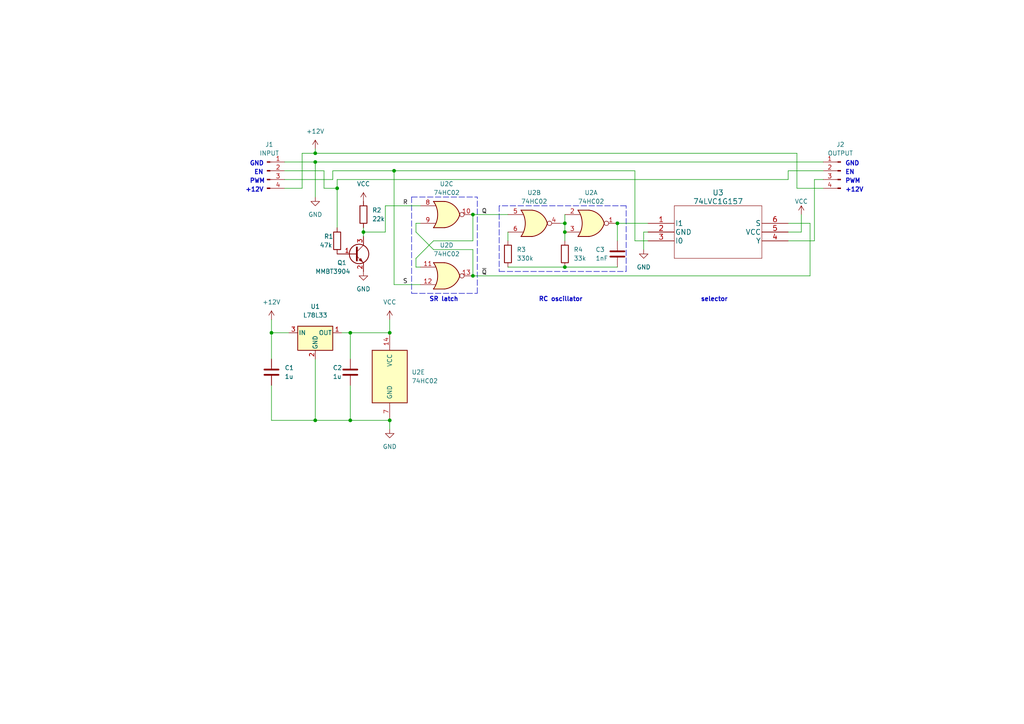
<source format=kicad_sch>
(kicad_sch (version 20211123) (generator eeschema)
  (paper "A4")
  (lib_symbols
    (symbol "2022-05-25_19-37-36:74LVC1G157GV_125" (pin_names (offset 0.254))
      (property "Reference" "U" (at 20.32 10.16 0))
      (property "Value" "74LVC1G157GV_125" (at 20.32 7.62 0))
      (symbol "74LVC1G157GV_125_1_1"
        (polyline (pts (xy 7.62 -10.16) (xy 33.02 -10.16)) (stroke (width 0.127)))
        (polyline (pts (xy 7.62 5.08) (xy 7.62 -10.16)) (stroke (width 0.127)))
        (polyline (pts (xy 33.02 -10.16) (xy 33.02 5.08)) (stroke (width 0.127)))
        (polyline (pts (xy 33.02 5.08) (xy 7.62 5.08)) (stroke (width 0.127)))
        (pin bidirectional line (at 0 0 0) (length 7.62) (name "I1") (number "1"))
        (pin power_in line (at 0 -2.54 0) (length 7.62) (name "GND") (number "2"))
        (pin bidirectional line (at 0 -5.08 0) (length 7.62) (name "I0") (number "3"))
        (pin unspecified line (at 40.64 -5.08 180) (length 7.62) (name "Y") (number "4"))
        (pin power_in line (at 40.64 -2.54 180) (length 7.62) (name "VCC") (number "5"))
        (pin unspecified line (at 40.64 0 180) (length 7.62) (name "S") (number "6"))
      )
    )
    (symbol "74xx:74HC02" (pin_names (offset 1.016))
      (property "Reference" "U" (at 0 1.27 0))
      (property "Value" "74HC02" (at 0 -1.27 0))
      (symbol "74HC02_1_1"
        (arc (start -3.81 -3.81) (mid -2.589 0) (end -3.81 3.81) (stroke (width 0.254)))
        (arc (start -0.6096 -3.81) (mid 2.1842 -2.5851) (end 3.81 0) (stroke (width 0.254)) (fill (type background)))
        (polyline (pts (xy -3.81 -3.81) (xy -0.635 -3.81)) (stroke (width 0.254)) (fill (type background)))
        (polyline (pts (xy -3.81 3.81) (xy -0.635 3.81)) (stroke (width 0.254)) (fill (type background)))
        (polyline (pts (xy -0.635 3.81) (xy -3.81 3.81) (xy -3.81 3.81) (xy -3.556 3.4036) (xy -3.0226 2.2606) (xy -2.6924 1.0414) (xy -2.6162 -0.254) (xy -2.7686 -1.4986) (xy -3.175 -2.7178) (xy -3.81 -3.81) (xy -3.81 -3.81) (xy -0.635 -3.81)) (stroke (width -25.4)) (fill (type background)))
        (arc (start 3.81 0) (mid 2.1915 2.5936) (end -0.6096 3.81) (stroke (width 0.254)) (fill (type background)))
        (pin output inverted (at 7.62 0 180) (length 3.81) (name "~") (number "1"))
        (pin input line (at -7.62 2.54 0) (length 4.318) (name "~") (number "2"))
        (pin input line (at -7.62 -2.54 0) (length 4.318) (name "~") (number "3"))
      )
      (symbol "74HC02_1_2"
        (arc (start 0 -3.81) (mid 3.81 0) (end 0 3.81) (stroke (width 0.254)) (fill (type background)))
        (polyline (pts (xy 0 3.81) (xy -3.81 3.81) (xy -3.81 -3.81) (xy 0 -3.81)) (stroke (width 0.254)) (fill (type background)))
        (pin output line (at 7.62 0 180) (length 3.81) (name "~") (number "1"))
        (pin input inverted (at -7.62 2.54 0) (length 3.81) (name "~") (number "2"))
        (pin input inverted (at -7.62 -2.54 0) (length 3.81) (name "~") (number "3"))
      )
      (symbol "74HC02_2_1"
        (arc (start -3.81 -3.81) (mid -2.589 0) (end -3.81 3.81) (stroke (width 0.254)))
        (arc (start -0.6096 -3.81) (mid 2.1842 -2.5851) (end 3.81 0) (stroke (width 0.254)) (fill (type background)))
        (polyline (pts (xy -3.81 -3.81) (xy -0.635 -3.81)) (stroke (width 0.254)) (fill (type background)))
        (polyline (pts (xy -3.81 3.81) (xy -0.635 3.81)) (stroke (width 0.254)) (fill (type background)))
        (polyline (pts (xy -0.635 3.81) (xy -3.81 3.81) (xy -3.81 3.81) (xy -3.556 3.4036) (xy -3.0226 2.2606) (xy -2.6924 1.0414) (xy -2.6162 -0.254) (xy -2.7686 -1.4986) (xy -3.175 -2.7178) (xy -3.81 -3.81) (xy -3.81 -3.81) (xy -0.635 -3.81)) (stroke (width -25.4)) (fill (type background)))
        (arc (start 3.81 0) (mid 2.1915 2.5936) (end -0.6096 3.81) (stroke (width 0.254)) (fill (type background)))
        (pin output inverted (at 7.62 0 180) (length 3.81) (name "~") (number "4"))
        (pin input line (at -7.62 2.54 0) (length 4.318) (name "~") (number "5"))
        (pin input line (at -7.62 -2.54 0) (length 4.318) (name "~") (number "6"))
      )
      (symbol "74HC02_2_2"
        (arc (start 0 -3.81) (mid 3.81 0) (end 0 3.81) (stroke (width 0.254)) (fill (type background)))
        (polyline (pts (xy 0 3.81) (xy -3.81 3.81) (xy -3.81 -3.81) (xy 0 -3.81)) (stroke (width 0.254)) (fill (type background)))
        (pin output line (at 7.62 0 180) (length 3.81) (name "~") (number "4"))
        (pin input inverted (at -7.62 2.54 0) (length 3.81) (name "~") (number "5"))
        (pin input inverted (at -7.62 -2.54 0) (length 3.81) (name "~") (number "6"))
      )
      (symbol "74HC02_3_1"
        (arc (start -3.81 -3.81) (mid -2.589 0) (end -3.81 3.81) (stroke (width 0.254)))
        (arc (start -0.6096 -3.81) (mid 2.1842 -2.5851) (end 3.81 0) (stroke (width 0.254)) (fill (type background)))
        (polyline (pts (xy -3.81 -3.81) (xy -0.635 -3.81)) (stroke (width 0.254)) (fill (type background)))
        (polyline (pts (xy -3.81 3.81) (xy -0.635 3.81)) (stroke (width 0.254)) (fill (type background)))
        (polyline (pts (xy -0.635 3.81) (xy -3.81 3.81) (xy -3.81 3.81) (xy -3.556 3.4036) (xy -3.0226 2.2606) (xy -2.6924 1.0414) (xy -2.6162 -0.254) (xy -2.7686 -1.4986) (xy -3.175 -2.7178) (xy -3.81 -3.81) (xy -3.81 -3.81) (xy -0.635 -3.81)) (stroke (width -25.4)) (fill (type background)))
        (arc (start 3.81 0) (mid 2.1915 2.5936) (end -0.6096 3.81) (stroke (width 0.254)) (fill (type background)))
        (pin output inverted (at 7.62 0 180) (length 3.81) (name "~") (number "10"))
        (pin input line (at -7.62 2.54 0) (length 4.318) (name "~") (number "8"))
        (pin input line (at -7.62 -2.54 0) (length 4.318) (name "~") (number "9"))
      )
      (symbol "74HC02_3_2"
        (arc (start 0 -3.81) (mid 3.81 0) (end 0 3.81) (stroke (width 0.254)) (fill (type background)))
        (polyline (pts (xy 0 3.81) (xy -3.81 3.81) (xy -3.81 -3.81) (xy 0 -3.81)) (stroke (width 0.254)) (fill (type background)))
        (pin output line (at 7.62 0 180) (length 3.81) (name "~") (number "10"))
        (pin input inverted (at -7.62 2.54 0) (length 3.81) (name "~") (number "8"))
        (pin input inverted (at -7.62 -2.54 0) (length 3.81) (name "~") (number "9"))
      )
      (symbol "74HC02_4_1"
        (arc (start -3.81 -3.81) (mid -2.589 0) (end -3.81 3.81) (stroke (width 0.254)))
        (arc (start -0.6096 -3.81) (mid 2.1842 -2.5851) (end 3.81 0) (stroke (width 0.254)) (fill (type background)))
        (polyline (pts (xy -3.81 -3.81) (xy -0.635 -3.81)) (stroke (width 0.254)) (fill (type background)))
        (polyline (pts (xy -3.81 3.81) (xy -0.635 3.81)) (stroke (width 0.254)) (fill (type background)))
        (polyline (pts (xy -0.635 3.81) (xy -3.81 3.81) (xy -3.81 3.81) (xy -3.556 3.4036) (xy -3.0226 2.2606) (xy -2.6924 1.0414) (xy -2.6162 -0.254) (xy -2.7686 -1.4986) (xy -3.175 -2.7178) (xy -3.81 -3.81) (xy -3.81 -3.81) (xy -0.635 -3.81)) (stroke (width -25.4)) (fill (type background)))
        (arc (start 3.81 0) (mid 2.1915 2.5936) (end -0.6096 3.81) (stroke (width 0.254)) (fill (type background)))
        (pin input line (at -7.62 2.54 0) (length 4.318) (name "~") (number "11"))
        (pin input line (at -7.62 -2.54 0) (length 4.318) (name "~") (number "12"))
        (pin output inverted (at 7.62 0 180) (length 3.81) (name "~") (number "13"))
      )
      (symbol "74HC02_4_2"
        (arc (start 0 -3.81) (mid 3.81 0) (end 0 3.81) (stroke (width 0.254)) (fill (type background)))
        (polyline (pts (xy 0 3.81) (xy -3.81 3.81) (xy -3.81 -3.81) (xy 0 -3.81)) (stroke (width 0.254)) (fill (type background)))
        (pin input inverted (at -7.62 2.54 0) (length 3.81) (name "~") (number "11"))
        (pin input inverted (at -7.62 -2.54 0) (length 3.81) (name "~") (number "12"))
        (pin output line (at 7.62 0 180) (length 3.81) (name "~") (number "13"))
      )
      (symbol "74HC02_5_0"
        (pin power_in line (at 0 12.7 270) (length 5.08) (name "VCC") (number "14"))
        (pin power_in line (at 0 -12.7 90) (length 5.08) (name "GND") (number "7"))
      )
      (symbol "74HC02_5_1"
        (rectangle (start -5.08 7.62) (end 5.08 -7.62) (stroke (width 0.254)) (fill (type background)))
      )
    )
    (symbol "Connector:Conn_01x04_Male" (pin_names (offset 1.016) hide)
      (property "Reference" "J" (at 0 5.08 0))
      (property "Value" "Conn_01x04_Male" (at 0 -7.62 0))
      (symbol "Conn_01x04_Male_1_1"
        (polyline (pts (xy 1.27 -5.08) (xy 0.8636 -5.08)) (stroke (width 0.1524)))
        (polyline (pts (xy 1.27 -2.54) (xy 0.8636 -2.54)) (stroke (width 0.1524)))
        (polyline (pts (xy 1.27 0) (xy 0.8636 0)) (stroke (width 0.1524)))
        (polyline (pts (xy 1.27 2.54) (xy 0.8636 2.54)) (stroke (width 0.1524)))
        (rectangle (start 0.8636 -4.953) (end 0 -5.207) (stroke (width 0.1524)) (fill (type outline)))
        (rectangle (start 0.8636 -2.413) (end 0 -2.667) (stroke (width 0.1524)) (fill (type outline)))
        (rectangle (start 0.8636 0.127) (end 0 -0.127) (stroke (width 0.1524)) (fill (type outline)))
        (rectangle (start 0.8636 2.667) (end 0 2.413) (stroke (width 0.1524)) (fill (type outline)))
        (pin passive line (at 5.08 2.54 180) (length 3.81) (name "Pin_1") (number "1"))
        (pin passive line (at 5.08 0 180) (length 3.81) (name "Pin_2") (number "2"))
        (pin passive line (at 5.08 -2.54 180) (length 3.81) (name "Pin_3") (number "3"))
        (pin passive line (at 5.08 -5.08 180) (length 3.81) (name "Pin_4") (number "4"))
      )
    )
    (symbol "Device:C" (pin_numbers hide) (pin_names (offset 0.254))
      (property "Reference" "C" (at 0.635 2.54 0))
      (property "Value" "C" (at 0.635 -2.54 0))
      (symbol "C_0_1"
        (polyline (pts (xy -2.032 -0.762) (xy 2.032 -0.762)) (stroke (width 0.508)))
        (polyline (pts (xy -2.032 0.762) (xy 2.032 0.762)) (stroke (width 0.508)))
      )
      (symbol "C_1_1"
        (pin passive line (at 0 3.81 270) (length 2.794) (name "~") (number "1"))
        (pin passive line (at 0 -3.81 90) (length 2.794) (name "~") (number "2"))
      )
    )
    (symbol "Device:R" (pin_numbers hide) (pin_names (offset 0))
      (property "Reference" "R" (at 2.032 0 90))
      (property "Value" "R" (at 0 0 90))
      (symbol "R_0_1"
        (rectangle (start -1.016 -2.54) (end 1.016 2.54) (stroke (width 0.254)))
      )
      (symbol "R_1_1"
        (pin passive line (at 0 3.81 270) (length 1.27) (name "~") (number "1"))
        (pin passive line (at 0 -3.81 90) (length 1.27) (name "~") (number "2"))
      )
    )
    (symbol "Regulator_Linear:L78L33_SOT89" (pin_names (offset 0.254))
      (property "Reference" "U" (at -3.81 3.175 0))
      (property "Value" "L78L33_SOT89" (at -0.635 3.175 0))
      (symbol "L78L33_SOT89_0_1"
        (rectangle (start -5.08 1.905) (end 5.08 -5.08) (stroke (width 0.254)) (fill (type background)))
      )
      (symbol "L78L33_SOT89_1_1"
        (pin power_out line (at 7.62 0 180) (length 2.54) (name "OUT") (number "1"))
        (pin power_in line (at 0 -7.62 90) (length 2.54) (name "GND") (number "2"))
        (pin power_in line (at -7.62 0 0) (length 2.54) (name "IN") (number "3"))
      )
    )
    (symbol "Transistor_BJT:MMBT3904" (pin_names (offset 0) hide)
      (property "Reference" "Q" (at 5.08 1.905 0))
      (property "Value" "MMBT3904" (at 5.08 0 0))
      (symbol "MMBT3904_0_1"
        (polyline (pts (xy 0.635 0.635) (xy 2.54 2.54)))
        (polyline (pts (xy 0.635 -0.635) (xy 2.54 -2.54) (xy 2.54 -2.54)))
        (polyline (pts (xy 0.635 1.905) (xy 0.635 -1.905) (xy 0.635 -1.905)) (stroke (width 0.508)))
        (polyline (pts (xy 1.27 -1.778) (xy 1.778 -1.27) (xy 2.286 -2.286) (xy 1.27 -1.778) (xy 1.27 -1.778)) (fill (type outline)))
        (circle (center 1.27 0) (radius 2.8194) (stroke (width 0.254)))
      )
      (symbol "MMBT3904_1_1"
        (pin input line (at -5.08 0 0) (length 5.715) (name "B") (number "1"))
        (pin passive line (at 2.54 -5.08 90) (length 2.54) (name "E") (number "2"))
        (pin passive line (at 2.54 5.08 270) (length 2.54) (name "C") (number "3"))
      )
    )
    (symbol "power:+12V" (power) (pin_names (offset 0))
      (property "Value" "+12V" (at 0 3.556 0))
      (symbol "+12V_0_1"
        (polyline (pts (xy -0.762 1.27) (xy 0 2.54)))
        (polyline (pts (xy 0 0) (xy 0 2.54)))
        (polyline (pts (xy 0 2.54) (xy 0.762 1.27)))
      )
      (symbol "+12V_1_1"
        (pin power_in line (at 0 0 90) (length 0) hide (name "+12V") (number "1"))
      )
    )
    (symbol "power:GND" (power) (pin_names (offset 0))
      (property "Value" "GND" (at 0 -3.81 0))
      (symbol "GND_0_1"
        (polyline (pts (xy 0 0) (xy 0 -1.27) (xy 1.27 -1.27) (xy 0 -2.54) (xy -1.27 -1.27) (xy 0 -1.27)))
      )
      (symbol "GND_1_1"
        (pin power_in line (at 0 0 270) (length 0) hide (name "GND") (number "1"))
      )
    )
    (symbol "power:VCC" (power) (pin_names (offset 0))
      (property "Value" "VCC" (at 0 3.81 0))
      (symbol "VCC_0_1"
        (polyline (pts (xy -0.762 1.27) (xy 0 2.54)))
        (polyline (pts (xy 0 0) (xy 0 2.54)))
        (polyline (pts (xy 0 2.54) (xy 0.762 1.27)))
      )
      (symbol "VCC_1_1"
        (pin power_in line (at 0 0 90) (length 0) hide (name "VCC") (number "1"))
      )
    )
  )
  (junction (at 113.03 121.92))
  (junction (at 91.44 121.92))
  (junction (at 137.16 80.01))
  (junction (at 105.41 67.31))
  (junction (at 114.3 49.53))
  (junction (at 97.79 54.61))
  (junction (at 137.16 62.23))
  (junction (at 91.44 44.45))
  (junction (at 91.44 46.99))
  (junction (at 78.74 96.52))
  (junction (at 101.6 121.92))
  (junction (at 179.07 64.77))
  (junction (at 113.03 96.52))
  (junction (at 163.83 67.31))
  (junction (at 163.83 64.77))
  (junction (at 163.83 77.47))
  (junction (at 101.6 96.52))
  (wire (pts (xy 113.03 124.46) (xy 113.03 121.92)))
  (wire (pts (xy 163.83 64.77) (xy 162.56 64.77)))
  (wire (pts (xy 82.55 54.61) (xy 87.63 54.61)))
  (polyline (pts (xy 181.61 78.74) (xy 181.61 59.69)))
  (wire (pts (xy 186.69 67.31) (xy 186.69 72.39)))
  (wire (pts (xy 93.98 54.61) (xy 97.79 54.61)))
  (wire (pts (xy 91.44 46.99) (xy 238.76 46.99)))
  (wire (pts (xy 137.16 69.85) (xy 125.73 69.85)))
  (wire (pts (xy 78.74 121.92) (xy 91.44 121.92)))
  (wire (pts (xy 137.16 72.39) (xy 137.16 80.01)))
  (polyline (pts (xy 144.78 59.69) (xy 144.78 78.74)))
  (wire (pts (xy 101.6 96.52) (xy 113.03 96.52)))
  (wire (pts (xy 114.3 49.53) (xy 184.15 49.53)))
  (wire (pts (xy 234.95 80.01) (xy 234.95 64.77)))
  (wire (pts (xy 101.6 96.52) (xy 101.6 104.14)))
  (polyline (pts (xy 138.43 85.09) (xy 138.43 57.15)))
  (wire (pts (xy 97.79 52.07) (xy 97.79 54.61)))
  (wire (pts (xy 238.76 49.53) (xy 228.6 49.53)))
  (wire (pts (xy 120.65 74.93) (xy 120.65 77.47)))
  (wire (pts (xy 184.15 69.85) (xy 187.96 69.85)))
  (wire (pts (xy 101.6 121.92) (xy 113.03 121.92)))
  (wire (pts (xy 82.55 46.99) (xy 91.44 46.99)))
  (wire (pts (xy 99.06 96.52) (xy 101.6 96.52)))
  (wire (pts (xy 91.44 44.45) (xy 231.14 44.45)))
  (wire (pts (xy 234.95 64.77) (xy 228.6 64.77)))
  (wire (pts (xy 78.74 111.76) (xy 78.74 121.92)))
  (wire (pts (xy 238.76 52.07) (xy 236.22 52.07)))
  (wire (pts (xy 97.79 54.61) (xy 97.79 66.04)))
  (wire (pts (xy 78.74 96.52) (xy 78.74 104.14)))
  (wire (pts (xy 163.83 67.31) (xy 163.83 64.77)))
  (wire (pts (xy 114.3 82.55) (xy 121.92 82.55)))
  (wire (pts (xy 120.65 67.31) (xy 120.65 64.77)))
  (wire (pts (xy 78.74 96.52) (xy 83.82 96.52)))
  (wire (pts (xy 236.22 52.07) (xy 236.22 69.85)))
  (wire (pts (xy 111.76 67.31) (xy 105.41 67.31)))
  (wire (pts (xy 91.44 104.14) (xy 91.44 121.92)))
  (wire (pts (xy 91.44 121.92) (xy 101.6 121.92)))
  (polyline (pts (xy 119.38 57.15) (xy 119.38 85.09)))
  (wire (pts (xy 187.96 67.31) (xy 186.69 67.31)))
  (polyline (pts (xy 119.38 57.15) (xy 138.43 57.15)))
  (wire (pts (xy 147.32 69.85) (xy 147.32 67.31)))
  (wire (pts (xy 228.6 67.31) (xy 232.41 67.31)))
  (wire (pts (xy 137.16 80.01) (xy 234.95 80.01)))
  (polyline (pts (xy 144.78 78.74) (xy 181.61 78.74)))
  (wire (pts (xy 120.65 64.77) (xy 121.92 64.77)))
  (wire (pts (xy 114.3 49.53) (xy 114.3 82.55)))
  (wire (pts (xy 93.98 49.53) (xy 93.98 54.61)))
  (wire (pts (xy 228.6 69.85) (xy 236.22 69.85)))
  (wire (pts (xy 137.16 62.23) (xy 137.16 69.85)))
  (wire (pts (xy 228.6 49.53) (xy 228.6 52.07)))
  (wire (pts (xy 105.41 66.04) (xy 105.41 67.31)))
  (wire (pts (xy 137.16 62.23) (xy 147.32 62.23)))
  (wire (pts (xy 78.74 92.71) (xy 78.74 96.52)))
  (wire (pts (xy 184.15 49.53) (xy 184.15 69.85)))
  (wire (pts (xy 105.41 67.31) (xy 105.41 68.58)))
  (wire (pts (xy 137.16 72.39) (xy 125.73 72.39)))
  (wire (pts (xy 111.76 67.31) (xy 111.76 59.69)))
  (wire (pts (xy 96.52 49.53) (xy 114.3 49.53)))
  (wire (pts (xy 163.83 69.85) (xy 163.83 67.31)))
  (polyline (pts (xy 119.38 85.09) (xy 138.43 85.09)))
  (wire (pts (xy 111.76 59.69) (xy 121.92 59.69)))
  (polyline (pts (xy 181.61 59.69) (xy 144.78 59.69)))
  (wire (pts (xy 91.44 43.18) (xy 91.44 44.45)))
  (wire (pts (xy 96.52 52.07) (xy 96.52 49.53)))
  (wire (pts (xy 91.44 46.99) (xy 91.44 57.15)))
  (wire (pts (xy 125.73 69.85) (xy 120.65 74.93)))
  (wire (pts (xy 101.6 111.76) (xy 101.6 121.92)))
  (wire (pts (xy 163.83 62.23) (xy 163.83 64.77)))
  (wire (pts (xy 179.07 64.77) (xy 179.07 69.85)))
  (wire (pts (xy 82.55 52.07) (xy 96.52 52.07)))
  (wire (pts (xy 82.55 49.53) (xy 93.98 49.53)))
  (wire (pts (xy 113.03 92.71) (xy 113.03 96.52)))
  (wire (pts (xy 97.79 52.07) (xy 228.6 52.07)))
  (wire (pts (xy 231.14 54.61) (xy 238.76 54.61)))
  (wire (pts (xy 120.65 77.47) (xy 121.92 77.47)))
  (wire (pts (xy 179.07 64.77) (xy 187.96 64.77)))
  (wire (pts (xy 163.83 77.47) (xy 147.32 77.47)))
  (wire (pts (xy 125.73 72.39) (xy 120.65 67.31)))
  (wire (pts (xy 232.41 62.23) (xy 232.41 67.31)))
  (wire (pts (xy 87.63 44.45) (xy 91.44 44.45)))
  (wire (pts (xy 87.63 54.61) (xy 87.63 44.45)))
  (wire (pts (xy 231.14 44.45) (xy 231.14 54.61)))
  (wire (pts (xy 179.07 77.47) (xy 163.83 77.47)))
  (text "PWM" (at 245.11 53.34 0) (effects (font (size 1.27 1.27) bold) (justify left bottom)))
  (text "EN" (at 245.11 50.8 0) (effects (font (size 1.27 1.27) bold) (justify left bottom)))
  (text "GND" (at 72.39 48.26 0) (effects (font (size 1.27 1.27) bold) (justify left bottom)))
  (text "GND" (at 245.11 48.26 0) (effects (font (size 1.27 1.27) bold) (justify left bottom)))
  (text "selector" (at 203.2 87.63 0) (effects (font (size 1.27 1.27) bold) (justify left bottom)))
  (text "PWM" (at 72.39 53.34 0) (effects (font (size 1.27 1.27) bold) (justify left bottom)))
  (text "SR latch" (at 124.46 87.63 0) (effects (font (size 1.27 1.27) (thickness 0.254) bold) (justify left bottom)))
  (text "+12V" (at 245.11 55.88 0) (effects (font (size 1.27 1.27) bold) (justify left bottom)))
  (text "RC oscillator" (at 156.21 87.63 0) (effects (font (size 1.27 1.27) bold) (justify left bottom)))
  (text "+12V\n" (at 71.12 55.88 0) (effects (font (size 1.27 1.27) (thickness 0.254) bold) (justify left bottom)))
  (text "EN" (at 73.66 50.8 0) (effects (font (size 1.27 1.27) bold) (justify left bottom)))
  (label "R" (at 116.84 59.69 0))
  (label "~{Q}" (at 139.7 80.01 0))
  (label "Q" (at 139.7 62.23 0))
  (label "S" (at 116.84 82.55 0))
  (symbol (lib_id "power:VCC") (at 105.41 58.42 0) (unit 1)
    (property "Reference" "#PWR06" (effects hide))
    (property "Value" "VCC" (at 105.41 53.34 0))
  )
  (symbol (lib_id "Device:R") (at 97.79 69.85 0) (unit 1)
    (property "Reference" "R1" (at 93.98 68.58 0) (effects (justify left)))
    (property "Value" "47k" (at 92.71 71.12 0) (effects (justify left)))
    (property "Footprint" "Resistor_SMD:R_0805_2012Metric_Pad1.20x1.40mm_HandSolder" (effects hide))
  )
  (symbol (lib_id "Device:C") (at 101.6 107.95 0) (unit 1)
    (property "Reference" "C2" (at 96.52 106.68 0) (effects (justify left)))
    (property "Value" "1u" (at 96.52 109.22 0) (effects (justify left)))
    (property "Footprint" "Capacitor_SMD:C_1206_3216Metric_Pad1.33x1.80mm_HandSolder" (effects hide))
  )
  (symbol (lib_id "power:+12V") (at 91.44 43.18 0) (unit 1)
    (property "Reference" "#PWR04" (effects hide))
    (property "Value" "+12V" (at 91.44 38.1 0))
  )
  (symbol (lib_id "Connector:Conn_01x04_Male") (at 77.47 49.53 0) (unit 1)
    (property "Reference" "J1" (at 78.105 41.91 0))
    (property "Value" "INPUT" (at 78.105 44.45 0))
    (property "Footprint" "Connector_PinHeader_2.54mm:PinHeader_1x04_P2.54mm_Vertical" (effects hide))
  )
  (symbol (lib_id "Device:C") (at 78.74 107.95 0) (unit 1)
    (property "Reference" "C1" (at 82.55 106.6799 0) (effects (justify left)))
    (property "Value" "1u" (at 82.55 109.2199 0) (effects (justify left)))
    (property "Footprint" "Capacitor_SMD:C_1206_3216Metric_Pad1.33x1.80mm_HandSolder" (effects hide))
  )
  (symbol (lib_id "Device:R") (at 163.83 73.66 0) (unit 1)
    (property "Reference" "R4" (at 166.37 72.3899 0) (effects (justify left)))
    (property "Value" "33k" (at 166.37 74.9299 0) (effects (justify left)))
    (property "Footprint" "Resistor_SMD:R_0805_2012Metric_Pad1.20x1.40mm_HandSolder" (effects hide))
  )
  (symbol (lib_id "Connector:Conn_01x04_Male") (at 243.84 49.53 0) (mirror y) (unit 1)
    (property "Reference" "J2" (at 242.57 41.91 0) (effects (justify right)))
    (property "Value" "OUTPUT" (at 240.03 44.45 0) (effects (justify right)))
    (property "Footprint" "Connector_PinHeader_2.54mm:PinHeader_1x04_P2.54mm_Vertical" (effects hide))
  )
  (symbol (lib_id "2022-05-25_19-37-36:74LVC1G157GV_125") (at 187.96 64.77 0) (unit 1)
    (property "Reference" "U3" (at 208.28 55.88 0) (effects (font (size 1.524 1.524))))
    (property "Value" "74LVC1G157" (at 208.28 58.42 0) (effects (font (size 1.524 1.524))))
    (property "Footprint" "Package_TO_SOT_SMD:TSOT-23-6_HandSoldering" (effects hide))
  )
  (symbol (lib_id "power:VCC") (at 232.41 62.23 0) (unit 1)
    (property "Reference" "#PWR09" (effects hide))
    (property "Value" "VCC" (at 232.41 58.42 0))
  )
  (symbol (lib_id "Device:R") (at 147.32 73.66 0) (unit 1)
    (property "Reference" "R3" (at 149.86 72.3899 0) (effects (justify left)))
    (property "Value" "330k" (at 149.86 74.93 0) (effects (justify left)))
    (property "Footprint" "Resistor_SMD:R_0805_2012Metric_Pad1.20x1.40mm_HandSolder" (effects hide))
  )
  (symbol (lib_id "Device:C") (at 179.07 73.66 0) (unit 1)
    (property "Reference" "C3" (at 172.72 72.39 0) (effects (justify left)))
    (property "Value" "1nF" (at 172.72 74.93 0) (effects (justify left)))
    (property "Footprint" "Capacitor_SMD:C_0805_2012Metric_Pad1.18x1.45mm_HandSolder" (effects hide))
  )
  (symbol (lib_id "Device:R") (at 105.41 62.23 0) (unit 1)
    (property "Reference" "R2" (at 107.95 60.9599 0) (effects (justify left)))
    (property "Value" "22k" (at 107.95 63.4999 0) (effects (justify left)))
    (property "Footprint" "Resistor_SMD:R_0805_2012Metric_Pad1.20x1.40mm_HandSolder" (effects hide))
  )
  (symbol (lib_id "74xx:74HC02") (at 154.94 64.77 0) (unit 2)
    (property "Reference" "U2" (at 154.94 55.88 0))
    (property "Value" "74HC02" (at 154.94 58.42 0))
    (property "Footprint" "Package_SO:TSSOP-14_4.4x5mm_P0.65mm" (effects hide))
    (property "Datasheet" "http://www.ti.com/lit/gpn/sn74hc02" (effects hide))
  )
  (symbol (lib_id "74xx:74HC02") (at 171.45 64.77 0) (unit 1)
    (property "Reference" "U2" (at 171.45 55.88 0))
    (property "Value" "74HC02" (at 171.45 58.42 0))
    (property "Footprint" "Package_SO:TSSOP-14_4.4x5mm_P0.65mm" (effects hide))
    (property "Datasheet" "http://www.ti.com/lit/gpn/sn74hc02" (effects hide))
  )
  (symbol (lib_id "power:VCC") (at 113.03 92.71 0) (unit 1)
    (property "Reference" "#PWR02" (effects hide))
    (property "Value" "VCC" (at 113.03 87.63 0))
  )
  (symbol (lib_id "power:GND") (at 113.03 124.46 0) (unit 1)
    (property "Reference" "#PWR03" (effects hide))
    (property "Value" "GND" (at 113.03 129.54 0))
  )
  (symbol (lib_id "74xx:74HC02") (at 129.54 80.01 0) (unit 4)
    (property "Reference" "U2" (at 129.54 71.12 0))
    (property "Value" "74HC02" (at 129.54 73.66 0))
    (property "Footprint" "Package_SO:TSSOP-14_4.4x5mm_P0.65mm" (effects hide))
    (property "Datasheet" "http://www.ti.com/lit/gpn/sn74hc02" (effects hide))
  )
  (symbol (lib_id "power:+12V") (at 78.74 92.71 0) (unit 1)
    (property "Reference" "#PWR01" (effects hide))
    (property "Value" "+12V" (at 78.74 87.63 0))
  )
  (symbol (lib_id "74xx:74HC02") (at 129.54 62.23 0) (unit 3)
    (property "Reference" "U2" (at 129.54 53.34 0))
    (property "Value" "74HC02" (at 129.54 55.88 0))
    (property "Footprint" "Package_SO:TSSOP-14_4.4x5mm_P0.65mm" (effects hide))
    (property "Datasheet" "http://www.ti.com/lit/gpn/sn74hc02" (effects hide))
  )
  (symbol (lib_id "power:GND") (at 186.69 72.39 0) (unit 1)
    (property "Reference" "#PWR08" (effects hide))
    (property "Value" "GND" (at 186.69 77.47 0))
  )
  (symbol (lib_id "74xx:74HC02") (at 113.03 109.22 0) (unit 5)
    (property "Reference" "U2" (at 119.38 107.9499 0) (effects (justify left)))
    (property "Value" "74HC02" (at 119.38 110.4899 0) (effects (justify left)))
    (property "Footprint" "Package_SO:TSSOP-14_4.4x5mm_P0.65mm" (effects hide))
    (property "Datasheet" "http://www.ti.com/lit/gpn/sn74hc02" (effects hide))
  )
  (symbol (lib_id "Regulator_Linear:L78L33_SOT89") (at 91.44 96.52 0) (unit 1)
    (property "Reference" "U1" (at 91.44 88.9 0))
    (property "Value" "L78L33" (at 91.44 91.44 0))
    (property "Footprint" "Package_TO_SOT_SMD:SOT-89-3_Handsoldering" (effects hide))
    (property "Datasheet" "http://www.st.com/content/ccc/resource/technical/document/datasheet/15/55/e5/aa/23/5b/43/fd/CD00000446.pdf/files/CD00000446.pdf/jcr:content/translations/en.CD00000446.pdf" (effects hide))
  )
  (symbol (lib_id "Transistor_BJT:MMBT3904") (at 102.87 73.66 0) (unit 1)
    (property "Reference" "Q1" (at 97.79 76.2 0) (effects (justify left)))
    (property "Value" "MMBT3904" (at 91.44 78.74 0) (effects (justify left)))
    (property "Footprint" "Package_TO_SOT_SMD:SOT-23_Handsoldering" (effects hide))
    (property "Datasheet" "https://www.onsemi.com/pub/Collateral/2N3903-D.PDF" (effects hide))
  )
  (symbol (lib_id "power:GND") (at 91.44 57.15 0) (unit 1)
    (property "Reference" "#PWR05" (effects hide))
    (property "Value" "GND" (at 91.44 62.23 0))
  )
  (symbol (lib_id "power:GND") (at 105.41 78.74 0) (unit 1)
    (property "Reference" "#PWR07" (effects hide))
    (property "Value" "GND" (at 105.41 83.82 0))
  )
)
</source>
